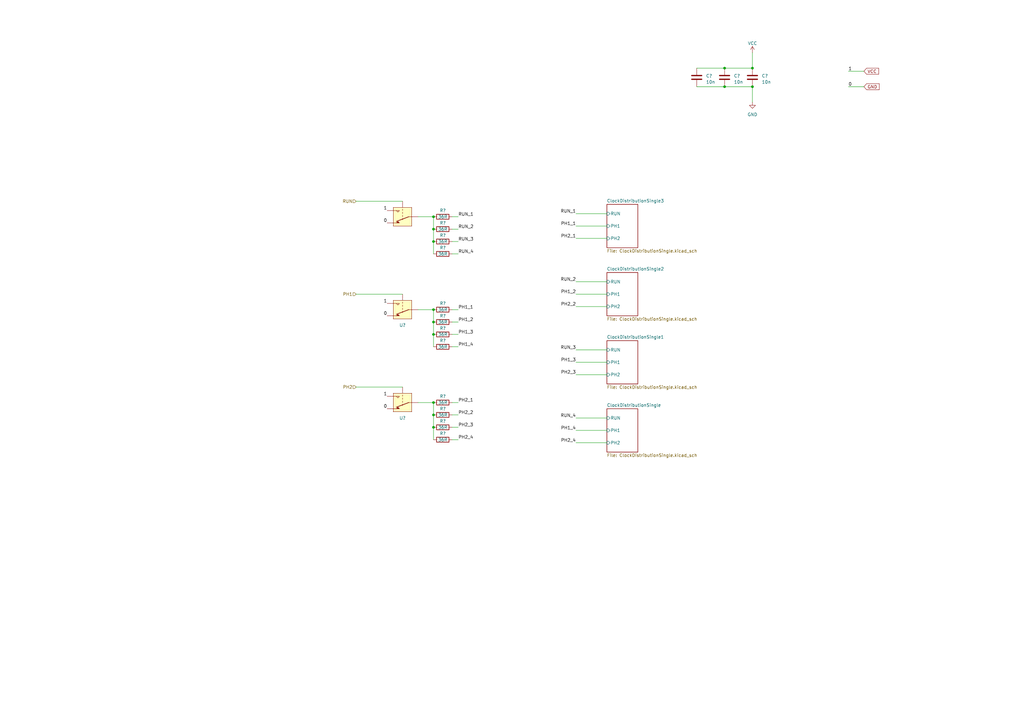
<source format=kicad_sch>
(kicad_sch (version 20230121) (generator eeschema)
  (paper "A3")
  (lib_symbols
    (symbol "Device:C" (pin_numbers hide) (pin_names (offset 0.254))
      (property "Reference" "C" (at 0.635 2.54 0))
      (property "Value" "C" (at 0.635 -2.54 0))
      (symbol "C_0_1"
        (polyline (pts (xy -2.032 -0.762) (xy 2.032 -0.762)) (stroke (width 0.508)))
        (polyline (pts (xy -2.032 0.762) (xy 2.032 0.762)) (stroke (width 0.508)))
      )
      (symbol "C_1_1"
        (pin passive line (at 0 3.81 270) (length 2.794) (name "~") (number "1"))
        (pin passive line (at 0 -3.81 90) (length 2.794) (name "~") (number "2"))
      )
    )
    (symbol "Device:R" (pin_numbers hide) (pin_names (offset 0))
      (property "Reference" "R" (at 2.032 0 90))
      (property "Value" "R" (at 0 0 90))
      (symbol "R_0_1"
        (rectangle (start -1.016 -2.54) (end 1.016 2.54) (stroke (width 0.254)))
      )
      (symbol "R_1_1"
        (pin passive line (at 0 3.81 270) (length 1.27) (name "~") (number "1"))
        (pin passive line (at 0 -3.81 90) (length 1.27) (name "~") (number "2"))
      )
    )
    (symbol "MevaLlibreria:1G3157" (pin_numbers hide)
      (property "Reference" "U" (at 0 -5.08 0))
      (symbol "1G3157_0_0"
        (polyline (pts (xy -3.81 2.54) (xy -1.27 2.54) (xy -1.905 1.905) (xy -2.54 2.54)))
      )
      (symbol "1G3157_0_1"
        (rectangle (start -3.81 3.81) (end 3.81 -3.81) (fill (type background)))
        (polyline (pts (xy 0 -0.635) (xy 0 -1.27)))
        (polyline (pts (xy 0 0.635) (xy 0 0)))
        (polyline (pts (xy 0 1.905) (xy 0 1.27)))
        (polyline (pts (xy 0 3.175) (xy 0 2.54)))
        (polyline (pts (xy 2.54 0) (xy -2.54 -1.905)) (stroke (width 0.254)))
        (polyline (pts (xy 3.81 0) (xy 2.54 0)))
        (polyline (pts (xy -3.81 -2.54) (xy -1.27 -2.54) (xy -1.905 -1.905) (xy -2.54 -2.54)) (fill (type outline)))
      )
      (symbol "1G3157_1_1"
        (pin input line (at -6.35 2.54 0) (length 2.54) (name "~") (number "1"))
        (pin power_in line (at 2.54 -2.54 270) (length 2.54) hide (name "GND") (number "2"))
        (pin input line (at -6.35 -2.54 0) (length 2.54) (name "~") (number "3"))
        (pin output line (at 6.35 0 180) (length 2.54) (name "~") (number "4"))
        (pin power_in line (at 2.54 2.54 90) (length 2.54) hide (name "VCC") (number "5"))
        (pin input line (at 0 6.35 270) (length 2.54) (name "~") (number "6"))
      )
    )
    (symbol "power:GND" (power) (pin_names (offset 0))
      (property "Value" "GND" (at 0 -3.81 0))
      (symbol "GND_0_1"
        (polyline (pts (xy 0 0) (xy 0 -1.27) (xy 1.27 -1.27) (xy 0 -2.54) (xy -1.27 -1.27) (xy 0 -1.27)))
      )
      (symbol "GND_1_1"
        (pin power_in line (at 0 0 270) (length 0) hide (name "GND") (number "1"))
      )
    )
    (symbol "power:VCC" (power) (pin_names (offset 0))
      (property "Value" "VCC" (at 0 3.81 0))
      (symbol "VCC_0_1"
        (polyline (pts (xy -0.762 1.27) (xy 0 2.54)))
        (polyline (pts (xy 0 0) (xy 0 2.54)))
        (polyline (pts (xy 0 2.54) (xy 0.762 1.27)))
      )
      (symbol "VCC_1_1"
        (pin power_in line (at 0 0 90) (length 0) hide (name "VCC") (number "1"))
      )
    )
  )
  (junction (at 177.8 88.9))
  (junction (at 308.61 27.94))
  (junction (at 177.8 127))
  (junction (at 297.18 27.94))
  (junction (at 177.8 170.18))
  (junction (at 177.8 137.16))
  (junction (at 177.8 99.06))
  (junction (at 177.8 132.08))
  (junction (at 297.18 35.56))
  (junction (at 308.61 35.56))
  (junction (at 177.8 165.1))
  (junction (at 177.8 93.98))
  (junction (at 177.8 175.26))
  (wire (pts (xy 308.61 21.59) (xy 308.61 27.94)))
  (wire (pts (xy 177.8 127) (xy 171.45 127)))
  (wire (pts (xy 236.22 125.73) (xy 248.92 125.73)))
  (wire (pts (xy 347.98 35.56) (xy 354.33 35.56)))
  (wire (pts (xy 236.22 120.65) (xy 248.92 120.65)))
  (wire (pts (xy 177.8 88.9) (xy 171.45 88.9)))
  (wire (pts (xy 177.8 88.9) (xy 177.8 93.98)))
  (wire (pts (xy 177.8 165.1) (xy 177.8 170.18)))
  (wire (pts (xy 187.96 93.98) (xy 185.42 93.98)))
  (wire (pts (xy 308.61 35.56) (xy 308.61 41.91)))
  (wire (pts (xy 187.96 165.1) (xy 185.42 165.1)))
  (wire (pts (xy 177.8 137.16) (xy 177.8 142.24)))
  (wire (pts (xy 236.22 87.63) (xy 248.92 87.63)))
  (wire (pts (xy 177.8 165.1) (xy 171.45 165.1)))
  (wire (pts (xy 146.05 120.65) (xy 165.1 120.65)))
  (wire (pts (xy 177.8 93.98) (xy 177.8 99.06)))
  (wire (pts (xy 187.96 170.18) (xy 185.42 170.18)))
  (wire (pts (xy 236.22 181.61) (xy 248.92 181.61)))
  (wire (pts (xy 187.96 104.14) (xy 185.42 104.14)))
  (wire (pts (xy 236.22 153.67) (xy 248.92 153.67)))
  (wire (pts (xy 236.22 171.45) (xy 248.92 171.45)))
  (wire (pts (xy 285.75 35.56) (xy 297.18 35.56)))
  (wire (pts (xy 187.96 142.24) (xy 185.42 142.24)))
  (wire (pts (xy 187.96 132.08) (xy 185.42 132.08)))
  (wire (pts (xy 236.22 176.53) (xy 248.92 176.53)))
  (wire (pts (xy 285.75 27.94) (xy 297.18 27.94)))
  (wire (pts (xy 187.96 137.16) (xy 185.42 137.16)))
  (wire (pts (xy 146.05 158.75) (xy 165.1 158.75)))
  (wire (pts (xy 187.96 88.9) (xy 185.42 88.9)))
  (wire (pts (xy 146.05 82.55) (xy 165.1 82.55)))
  (wire (pts (xy 187.96 127) (xy 185.42 127)))
  (wire (pts (xy 187.96 180.34) (xy 185.42 180.34)))
  (wire (pts (xy 347.98 29.21) (xy 354.33 29.21)))
  (wire (pts (xy 236.22 148.59) (xy 248.92 148.59)))
  (wire (pts (xy 177.8 99.06) (xy 177.8 104.14)))
  (wire (pts (xy 236.22 115.57) (xy 248.92 115.57)))
  (wire (pts (xy 177.8 127) (xy 177.8 132.08)))
  (wire (pts (xy 236.22 97.79) (xy 248.92 97.79)))
  (wire (pts (xy 236.22 92.71) (xy 248.92 92.71)))
  (wire (pts (xy 236.22 143.51) (xy 248.92 143.51)))
  (wire (pts (xy 187.96 99.06) (xy 185.42 99.06)))
  (wire (pts (xy 187.96 175.26) (xy 185.42 175.26)))
  (wire (pts (xy 177.8 170.18) (xy 177.8 175.26)))
  (wire (pts (xy 297.18 27.94) (xy 308.61 27.94)))
  (wire (pts (xy 177.8 175.26) (xy 177.8 180.34)))
  (wire (pts (xy 177.8 132.08) (xy 177.8 137.16)))
  (wire (pts (xy 297.18 35.56) (xy 308.61 35.56)))
  (label "PH2_1" (at 236.22 97.79 180))
  (label "RUN_4" (at 187.96 104.14 0))
  (label "PH1_2" (at 187.96 132.08 0))
  (label "RUN_4" (at 236.22 171.45 180))
  (label "1" (at 158.75 162.56 180))
  (label "RUN_1" (at 187.96 88.9 0))
  (label "PH1_1" (at 187.96 127 0))
  (label "PH2_3" (at 236.22 153.67 180))
  (label "PH1_4" (at 236.22 176.53 180))
  (label "RUN_2" (at 236.22 115.57 180))
  (label "PH1_2" (at 236.22 120.65 180))
  (label "PH2_2" (at 236.22 125.73 180))
  (label "PH2_4" (at 187.96 180.34 0))
  (label "0" (at 158.75 91.44 180))
  (label "PH2_3" (at 187.96 175.26 0))
  (label "1" (at 347.98 29.21 0))
  (label "RUN_3" (at 187.96 99.06 0))
  (label "PH2_1" (at 187.96 165.1 0))
  (label "0" (at 158.75 129.54 180))
  (label "PH2_4" (at 236.22 181.61 180))
  (label "RUN_1" (at 236.22 87.63 180))
  (label "PH1_3" (at 236.22 148.59 180))
  (label "0" (at 347.98 35.56 0))
  (label "0" (at 158.75 167.64 180))
  (label "PH1_3" (at 187.96 137.16 0))
  (label "RUN_3" (at 236.22 143.51 180))
  (label "PH1_4" (at 187.96 142.24 0))
  (label "1" (at 158.75 86.36 180))
  (label "PH1_1" (at 236.22 92.71 180))
  (label "1" (at 158.75 124.46 180))
  (label "PH2_2" (at 187.96 170.18 0))
  (label "RUN_2" (at 187.96 93.98 0))
  (global_label "GND" (shape input) (at 354.33 35.56 0) (property "Intersheetrefs" "${INTERSHEET_REFS}" (effects hide)))
  (global_label "VCC" (shape input) (at 354.33 29.21 0) (property "Intersheetrefs" "${INTERSHEET_REFS}" (effects hide)))
  (hierarchical_label "RUN" (shape input) (at 146.05 82.55 180))
  (hierarchical_label "PH2" (shape input) (at 146.05 158.75 180))
  (hierarchical_label "PH1" (shape input) (at 146.05 120.65 180))
  (symbol (lib_id "Device:R") (at 181.61 142.24 270) (unit 1)
    (property "Reference" "R?" (at 181.61 139.7 90))
    (property "Value" "36R" (at 181.61 142.24 90))
    (property "Footprint" "MevaLlibreriaFootprint:Meu-R_0603_1608Metric" (effects hide))
    (instances (project "MiniCalc" (path "" (reference "R?") (unit 1))) (project "MiniCalcRunPanel" (path "" (reference "R?") (unit 1)) (path "" (reference "R12") (unit 1))) (project "MinicalcControlPanel" (path "" (reference "R?") (unit 1)) (path "" (reference "R?") (unit 1)) (path "" (reference "R71") (unit 1)) (path "" (reference "R96") (unit 1)) (path "" (reference "R45") (unit 1)) (path "" (reference "R54") (unit 1)) (path "" (reference "R63") (unit 1)) (path "" (reference "R106") (unit 1))))
  )
  (symbol (lib_id "Device:R") (at 181.61 175.26 270) (unit 1)
    (property "Reference" "R?" (at 181.61 172.72 90))
    (property "Value" "36R" (at 181.61 175.26 90))
    (property "Footprint" "MevaLlibreriaFootprint:Meu-R_0603_1608Metric" (effects hide))
    (instances (project "MiniCalc" (path "" (reference "R?") (unit 1))) (project "MiniCalcRunPanel" (path "" (reference "R?") (unit 1)) (path "" (reference "R12") (unit 1))) (project "MinicalcControlPanel" (path "" (reference "R?") (unit 1)) (path "" (reference "R?") (unit 1)) (path "" (reference "R74") (unit 1)) (path "" (reference "R97") (unit 1)) (path "" (reference "R46") (unit 1)) (path "" (reference "R55") (unit 1)) (path "" (reference "R64") (unit 1)) (path "" (reference "R109") (unit 1))))
  )
  (symbol (lib_id "Device:R") (at 181.61 104.14 270) (unit 1)
    (property "Reference" "R?" (at 181.61 101.6 90))
    (property "Value" "36R" (at 181.61 104.14 90))
    (property "Footprint" "MevaLlibreriaFootprint:Meu-R_0603_1608Metric" (effects hide))
    (instances (project "MiniCalc" (path "" (reference "R?") (unit 1))) (project "MiniCalcRunPanel" (path "" (reference "R?") (unit 1)) (path "" (reference "R12") (unit 1))) (project "MinicalcControlPanel" (path "" (reference "R?") (unit 1)) (path "" (reference "R?") (unit 1)) (path "" (reference "R67") (unit 1)) (path "" (reference "R95") (unit 1)) (path "" (reference "R44") (unit 1)) (path "" (reference "R53") (unit 1)) (path "" (reference "R62") (unit 1)) (path "" (reference "R102") (unit 1))))
  )
  (symbol (lib_id "Device:R") (at 181.61 180.34 270) (unit 1)
    (property "Reference" "R?" (at 181.61 177.8 90))
    (property "Value" "36R" (at 181.61 180.34 90))
    (property "Footprint" "MevaLlibreriaFootprint:Meu-R_0603_1608Metric" (effects hide))
    (instances (project "MiniCalc" (path "" (reference "R?") (unit 1))) (project "MiniCalcRunPanel" (path "" (reference "R?") (unit 1)) (path "" (reference "R12") (unit 1))) (project "MinicalcControlPanel" (path "" (reference "R?") (unit 1)) (path "" (reference "R?") (unit 1)) (path "" (reference "R75") (unit 1)) (path "" (reference "R97") (unit 1)) (path "" (reference "R46") (unit 1)) (path "" (reference "R55") (unit 1)) (path "" (reference "R64") (unit 1)) (path "" (reference "R110") (unit 1))))
  )
  (symbol (lib_id "MevaLlibreria:1G3157") (at 165.1 127 0) (unit 1)
    (property "Reference" "U?" (at 165.1 133.35 0))
    (property "Value" "1G3157" (effects hide))
    (property "Footprint" "Package_TO_SOT_SMD:SOT-23-6" (effects hide))
    (property "Datasheet" "https://www.ti.com/lit/ds/symlink/sn74lvc1g3157.pdf" (effects hide))
    (property "Sim.Name" "74LVC1G3157" (effects hide))
    (property "Sim.Library" "../SpiceModelsGlobal/AnalogSPDT.txt" (effects hide))
    (property "Sim.Device" "SUBCKT" (effects hide))
    (property "Sim.Pins" "1=1 3=3 4=4 5=5 6=6" (effects hide))
    (property "Manufacturer" "Texas Instruments" (effects hide))
    (property "Part Number" "SN74LVC1G3157DBVR" (effects hide))
    (instances (project "MiniCalc" (path "" (reference "U?") (unit 1))) (project "MiniCalcRunPanel" (path "" (reference "U5") (unit 1))) (project "MinicalcControlPanel" (path "" (reference "U19") (unit 1)) (path "" (reference "U57") (unit 1)) (path "" (reference "U72") (unit 1))))
  )
  (symbol (lib_id "Device:R") (at 181.61 165.1 270) (unit 1)
    (property "Reference" "R?" (at 181.61 162.56 90))
    (property "Value" "36R" (at 181.61 165.1 90))
    (property "Footprint" "MevaLlibreriaFootprint:Meu-R_0603_1608Metric" (effects hide))
    (instances (project "MiniCalc" (path "" (reference "R?") (unit 1))) (project "MiniCalcRunPanel" (path "" (reference "R?") (unit 1)) (path "" (reference "R12") (unit 1))) (project "MinicalcControlPanel" (path "" (reference "R?") (unit 1)) (path "" (reference "R?") (unit 1)) (path "" (reference "R72") (unit 1)) (path "" (reference "R97") (unit 1)) (path "" (reference "R46") (unit 1)) (path "" (reference "R55") (unit 1)) (path "" (reference "R64") (unit 1)) (path "" (reference "R107") (unit 1))))
  )
  (symbol (lib_id "Device:R") (at 181.61 137.16 270) (unit 1)
    (property "Reference" "R?" (at 181.61 134.62 90))
    (property "Value" "36R" (at 181.61 137.16 90))
    (property "Footprint" "MevaLlibreriaFootprint:Meu-R_0603_1608Metric" (effects hide))
    (instances (project "MiniCalc" (path "" (reference "R?") (unit 1))) (project "MiniCalcRunPanel" (path "" (reference "R?") (unit 1)) (path "" (reference "R12") (unit 1))) (project "MinicalcControlPanel" (path "" (reference "R?") (unit 1)) (path "" (reference "R?") (unit 1)) (path "" (reference "R70") (unit 1)) (path "" (reference "R96") (unit 1)) (path "" (reference "R45") (unit 1)) (path "" (reference "R54") (unit 1)) (path "" (reference "R63") (unit 1)) (path "" (reference "R105") (unit 1))))
  )
  (symbol (lib_id "Device:R") (at 181.61 170.18 270) (unit 1)
    (property "Reference" "R?" (at 181.61 167.64 90))
    (property "Value" "36R" (at 181.61 170.18 90))
    (property "Footprint" "MevaLlibreriaFootprint:Meu-R_0603_1608Metric" (effects hide))
    (instances (project "MiniCalc" (path "" (reference "R?") (unit 1))) (project "MiniCalcRunPanel" (path "" (reference "R?") (unit 1)) (path "" (reference "R12") (unit 1))) (project "MinicalcControlPanel" (path "" (reference "R?") (unit 1)) (path "" (reference "R?") (unit 1)) (path "" (reference "R73") (unit 1)) (path "" (reference "R97") (unit 1)) (path "" (reference "R46") (unit 1)) (path "" (reference "R55") (unit 1)) (path "" (reference "R64") (unit 1)) (path "" (reference "R108") (unit 1))))
  )
  (symbol (lib_id "MevaLlibreria:1G3157") (at 165.1 88.9 0) (unit 1)
    (property "Reference" "U?" (effects hide))
    (property "Value" "1G3157" (effects hide))
    (property "Footprint" "Package_TO_SOT_SMD:SOT-23-6" (effects hide))
    (property "Datasheet" "https://www.ti.com/lit/ds/symlink/sn74lvc1g3157.pdf" (effects hide))
    (property "Sim.Name" "74LVC1G3157" (effects hide))
    (property "Sim.Library" "../SpiceModelsGlobal/AnalogSPDT.txt" (effects hide))
    (property "Sim.Device" "SUBCKT" (effects hide))
    (property "Sim.Pins" "1=1 3=3 4=4 5=5 6=6" (effects hide))
    (property "Manufacturer" "Texas Instruments" (effects hide))
    (property "Part Number" "SN74LVC1G3157DBVR" (effects hide))
    (instances (project "MiniCalc" (path "" (reference "U?") (unit 1))) (project "MiniCalcRunPanel" (path "" (reference "U5") (unit 1))) (project "MinicalcControlPanel" (path "" (reference "U19") (unit 1)) (path "" (reference "U56") (unit 1)) (path "" (reference "U71") (unit 1))))
  )
  (symbol (lib_id "Device:R") (at 181.61 127 270) (unit 1)
    (property "Reference" "R?" (at 181.61 124.46 90))
    (property "Value" "36R" (at 181.61 127 90))
    (property "Footprint" "MevaLlibreriaFootprint:Meu-R_0603_1608Metric" (effects hide))
    (instances (project "MiniCalc" (path "" (reference "R?") (unit 1))) (project "MiniCalcRunPanel" (path "" (reference "R?") (unit 1)) (path "" (reference "R12") (unit 1))) (project "MinicalcControlPanel" (path "" (reference "R?") (unit 1)) (path "" (reference "R?") (unit 1)) (path "" (reference "R68") (unit 1)) (path "" (reference "R96") (unit 1)) (path "" (reference "R45") (unit 1)) (path "" (reference "R54") (unit 1)) (path "" (reference "R63") (unit 1)) (path "" (reference "R103") (unit 1))))
  )
  (symbol (lib_id "Device:R") (at 181.61 132.08 270) (unit 1)
    (property "Reference" "R?" (at 181.61 129.54 90))
    (property "Value" "36R" (at 181.61 132.08 90))
    (property "Footprint" "MevaLlibreriaFootprint:Meu-R_0603_1608Metric" (effects hide))
    (instances (project "MiniCalc" (path "" (reference "R?") (unit 1))) (project "MiniCalcRunPanel" (path "" (reference "R?") (unit 1)) (path "" (reference "R12") (unit 1))) (project "MinicalcControlPanel" (path "" (reference "R?") (unit 1)) (path "" (reference "R?") (unit 1)) (path "" (reference "R69") (unit 1)) (path "" (reference "R96") (unit 1)) (path "" (reference "R45") (unit 1)) (path "" (reference "R54") (unit 1)) (path "" (reference "R63") (unit 1)) (path "" (reference "R104") (unit 1))))
  )
  (symbol (lib_id "MevaLlibreria:1G3157") (at 165.1 165.1 0) (unit 1)
    (property "Reference" "U?" (at 165.1 171.45 0))
    (property "Value" "1G3157" (effects hide))
    (property "Footprint" "Package_TO_SOT_SMD:SOT-23-6" (effects hide))
    (property "Datasheet" "https://www.ti.com/lit/ds/symlink/sn74lvc1g3157.pdf" (effects hide))
    (property "Sim.Name" "74LVC1G3157" (effects hide))
    (property "Sim.Library" "../SpiceModelsGlobal/AnalogSPDT.txt" (effects hide))
    (property "Sim.Device" "SUBCKT" (effects hide))
    (property "Sim.Pins" "1=1 3=3 4=4 5=5 6=6" (effects hide))
    (property "Manufacturer" "Texas Instruments" (effects hide))
    (property "Part Number" "SN74LVC1G3157DBVR" (effects hide))
    (instances (project "MiniCalc" (path "" (reference "U?") (unit 1))) (project "MiniCalcRunPanel" (path "" (reference "U5") (unit 1))) (project "MinicalcControlPanel" (path "" (reference "U19") (unit 1)) (path "" (reference "U58") (unit 1)) (path "" (reference "U73") (unit 1))))
  )
  (symbol (lib_id "Device:C") (at 308.61 31.75 0) (unit 1)
    (property "Reference" "C?" (at 312.42 31.115 0) (effects (justify left)))
    (property "Value" "10n" (at 312.42 33.655 0) (effects (justify left)))
    (property "Footprint" "Capacitor_SMD:C_0603_1608Metric" (effects hide))
    (instances (project "MiniCalc_A" (path "" (reference "C?") (unit 1)) (path "" (reference "C?") (unit 1)) (path "" (reference "C?") (unit 1)) (path "" (reference "C?") (unit 1)) (path "" (reference "C?") (unit 1)) (path "" (reference "C?") (unit 1)) (path "" (reference "C?") (unit 1)) (path "" (reference "C?") (unit 1)) (path "" (reference "C?") (unit 1)) (path "" (reference "C?") (unit 1)) (path "" (reference "C?") (unit 1)) (path "" (reference "C?") (unit 1)) (path "" (reference "C17") (unit 1)) (path "" (reference "C18") (unit 1)) (path "" (reference "C16") (unit 1)) (path "" (reference "C19") (unit 1)) (path "" (reference "C20") (unit 1)) (path "" (reference "C21") (unit 1))) (project "MinicalcControlPanel" (path "" (reference "C61") (unit 1)) (path "" (reference "C32") (unit 1)) (path "" (reference "C33") (unit 1)) (path "" (reference "C34") (unit 1)) (path "" (reference "C35") (unit 1)) (path "" (reference "C36") (unit 1)) (path "" (reference "C40") (unit 1)) (path "" (reference "C55") (unit 1))))
  )
  (symbol (lib_id "Device:R") (at 181.61 88.9 270) (unit 1)
    (property "Reference" "R?" (at 181.61 86.36 90))
    (property "Value" "36R" (at 181.61 88.9 90))
    (property "Footprint" "MevaLlibreriaFootprint:Meu-R_0603_1608Metric" (effects hide))
    (instances (project "MiniCalc" (path "" (reference "R?") (unit 1))) (project "MiniCalcRunPanel" (path "" (reference "R?") (unit 1)) (path "" (reference "R12") (unit 1))) (project "MinicalcControlPanel" (path "" (reference "R?") (unit 1)) (path "" (reference "R?") (unit 1)) (path "" (reference "R64") (unit 1)) (path "" (reference "R95") (unit 1)) (path "" (reference "R44") (unit 1)) (path "" (reference "R53") (unit 1)) (path "" (reference "R62") (unit 1)) (path "" (reference "R99") (unit 1))))
  )
  (symbol (lib_id "Device:R") (at 181.61 93.98 270) (unit 1)
    (property "Reference" "R?" (at 181.61 91.44 90))
    (property "Value" "36R" (at 181.61 93.98 90))
    (property "Footprint" "MevaLlibreriaFootprint:Meu-R_0603_1608Metric" (effects hide))
    (instances (project "MiniCalc" (path "" (reference "R?") (unit 1))) (project "MiniCalcRunPanel" (path "" (reference "R?") (unit 1)) (path "" (reference "R12") (unit 1))) (project "MinicalcControlPanel" (path "" (reference "R?") (unit 1)) (path "" (reference "R?") (unit 1)) (path "" (reference "R65") (unit 1)) (path "" (reference "R95") (unit 1)) (path "" (reference "R44") (unit 1)) (path "" (reference "R53") (unit 1)) (path "" (reference "R62") (unit 1)) (path "" (reference "R100") (unit 1))))
  )
  (symbol (lib_id "power:VCC") (at 308.61 21.59 0) (unit 1)
    (property "Reference" "#PWR?" (effects hide))
    (property "Value" "VCC" (at 308.61 17.78 0))
    (instances (project "MiniCalc_A" (path "" (reference "#PWR?") (unit 1)) (path "" (reference "#PWR?") (unit 1)) (path "" (reference "#PWR?") (unit 1)) (path "" (reference "#PWR?") (unit 1)) (path "" (reference "#PWR?") (unit 1)) (path "" (reference "#PWR?") (unit 1)) (path "" (reference "#PWR?") (unit 1)) (path "" (reference "#PWR?") (unit 1)) (path "" (reference "#PWR?") (unit 1)) (path "" (reference "#PWR?") (unit 1)) (path "" (reference "#PWR?") (unit 1)) (path "" (reference "#PWR?") (unit 1)) (path "" (reference "#PWR043") (unit 1)) (path "" (reference "#PWR045") (unit 1)) (path "" (reference "#PWR041") (unit 1)) (path "" (reference "#PWR047") (unit 1)) (path "" (reference "#PWR049") (unit 1)) (path "" (reference "#PWR051") (unit 1))) (project "MinicalcControlPanel" (path "" (reference "#PWR097") (unit 1)) (path "" (reference "#PWR031") (unit 1)) (path "" (reference "#PWR033") (unit 1)) (path "" (reference "#PWR035") (unit 1)) (path "" (reference "#PWR037") (unit 1)) (path "" (reference "#PWR039") (unit 1)) (path "" (reference "#PWR043") (unit 1)) (path "" (reference "#PWR073") (unit 1))))
  )
  (symbol (lib_id "Device:C") (at 297.18 31.75 0) (unit 1)
    (property "Reference" "C?" (at 300.99 31.115 0) (effects (justify left)))
    (property "Value" "10n" (at 300.99 33.655 0) (effects (justify left)))
    (property "Footprint" "Capacitor_SMD:C_0603_1608Metric" (effects hide))
    (instances (project "MiniCalc_A" (path "" (reference "C?") (unit 1)) (path "" (reference "C?") (unit 1)) (path "" (reference "C?") (unit 1)) (path "" (reference "C?") (unit 1)) (path "" (reference "C?") (unit 1)) (path "" (reference "C?") (unit 1)) (path "" (reference "C?") (unit 1)) (path "" (reference "C?") (unit 1)) (path "" (reference "C?") (unit 1)) (path "" (reference "C?") (unit 1)) (path "" (reference "C?") (unit 1)) (path "" (reference "C?") (unit 1)) (path "" (reference "C17") (unit 1)) (path "" (reference "C18") (unit 1)) (path "" (reference "C16") (unit 1)) (path "" (reference "C19") (unit 1)) (path "" (reference "C20") (unit 1)) (path "" (reference "C21") (unit 1))) (project "MinicalcControlPanel" (path "" (reference "C61") (unit 1)) (path "" (reference "C32") (unit 1)) (path "" (reference "C33") (unit 1)) (path "" (reference "C34") (unit 1)) (path "" (reference "C35") (unit 1)) (path "" (reference "C36") (unit 1)) (path "" (reference "C39") (unit 1)) (path "" (reference "C54") (unit 1))))
  )
  (symbol (lib_id "Device:C") (at 285.75 31.75 0) (unit 1)
    (property "Reference" "C?" (at 289.56 31.115 0) (effects (justify left)))
    (property "Value" "10n" (at 289.56 33.655 0) (effects (justify left)))
    (property "Footprint" "Capacitor_SMD:C_0603_1608Metric" (effects hide))
    (instances (project "MiniCalc_A" (path "" (reference "C?") (unit 1)) (path "" (reference "C?") (unit 1)) (path "" (reference "C?") (unit 1)) (path "" (reference "C?") (unit 1)) (path "" (reference "C?") (unit 1)) (path "" (reference "C?") (unit 1)) (path "" (reference "C?") (unit 1)) (path "" (reference "C?") (unit 1)) (path "" (reference "C?") (unit 1)) (path "" (reference "C?") (unit 1)) (path "" (reference "C?") (unit 1)) (path "" (reference "C?") (unit 1)) (path "" (reference "C17") (unit 1)) (path "" (reference "C18") (unit 1)) (path "" (reference "C16") (unit 1)) (path "" (reference "C19") (unit 1)) (path "" (reference "C20") (unit 1)) (path "" (reference "C21") (unit 1))) (project "MinicalcControlPanel" (path "" (reference "C61") (unit 1)) (path "" (reference "C32") (unit 1)) (path "" (reference "C33") (unit 1)) (path "" (reference "C34") (unit 1)) (path "" (reference "C35") (unit 1)) (path "" (reference "C36") (unit 1)) (path "" (reference "C38") (unit 1)) (path "" (reference "C53") (unit 1))))
  )
  (symbol (lib_id "Device:R") (at 181.61 99.06 270) (unit 1)
    (property "Reference" "R?" (at 181.61 96.52 90))
    (property "Value" "36R" (at 181.61 99.06 90))
    (property "Footprint" "MevaLlibreriaFootprint:Meu-R_0603_1608Metric" (effects hide))
    (instances (project "MiniCalc" (path "" (reference "R?") (unit 1))) (project "MiniCalcRunPanel" (path "" (reference "R?") (unit 1)) (path "" (reference "R12") (unit 1))) (project "MinicalcControlPanel" (path "" (reference "R?") (unit 1)) (path "" (reference "R?") (unit 1)) (path "" (reference "R66") (unit 1)) (path "" (reference "R95") (unit 1)) (path "" (reference "R44") (unit 1)) (path "" (reference "R53") (unit 1)) (path "" (reference "R62") (unit 1)) (path "" (reference "R101") (unit 1))))
  )
  (symbol (lib_id "power:GND") (at 308.61 41.91 0) (unit 1)
    (property "Reference" "#PWR?" (effects hide))
    (property "Value" "GND" (at 308.61 46.99 0))
    (instances (project "MiniCalc_A" (path "" (reference "#PWR?") (unit 1)) (path "" (reference "#PWR?") (unit 1)) (path "" (reference "#PWR?") (unit 1)) (path "" (reference "#PWR?") (unit 1)) (path "" (reference "#PWR?") (unit 1)) (path "" (reference "#PWR?") (unit 1)) (path "" (reference "#PWR?") (unit 1)) (path "" (reference "#PWR?") (unit 1)) (path "" (reference "#PWR?") (unit 1)) (path "" (reference "#PWR?") (unit 1)) (path "" (reference "#PWR?") (unit 1)) (path "" (reference "#PWR?") (unit 1)) (path "" (reference "#PWR044") (unit 1)) (path "" (reference "#PWR046") (unit 1)) (path "" (reference "#PWR042") (unit 1)) (path "" (reference "#PWR048") (unit 1)) (path "" (reference "#PWR050") (unit 1)) (path "" (reference "#PWR052") (unit 1))) (project "MinicalcControlPanel" (path "" (reference "#PWR098") (unit 1)) (path "" (reference "#PWR032") (unit 1)) (path "" (reference "#PWR034") (unit 1)) (path "" (reference "#PWR036") (unit 1)) (path "" (reference "#PWR038") (unit 1)) (path "" (reference "#PWR040") (unit 1)) (path "" (reference "#PWR044") (unit 1)) (path "" (reference "#PWR074") (unit 1))))
  )
  (sheet (at 248.92 111.76) (size 12.7 17.78) (stroke (width 0.1524))
    (property "Sheetname" "ClockDistributionSingle2" (at 248.92 111.0484 0) (effects (justify left bottom)))
    (property "Sheetfile" "ClockDistributionSingle.kicad_sch" (at 248.92 130.1246 0) (effects (justify left top)))
    (pin "PH2" input (at 248.92 125.73 180))
    (pin "PH1" input (at 248.92 120.65 180))
    (pin "RUN" input (at 248.92 115.57 180))
  )
  (sheet (at 248.92 83.82) (size 12.7 17.78) (stroke (width 0.1524))
    (property "Sheetname" "ClockDistributionSingle3" (at 248.92 83.1084 0) (effects (justify left bottom)))
    (property "Sheetfile" "ClockDistributionSingle.kicad_sch" (at 248.92 102.1846 0) (effects (justify left top)))
    (pin "PH2" input (at 248.92 97.79 180))
    (pin "PH1" input (at 248.92 92.71 180))
    (pin "RUN" input (at 248.92 87.63 180))
  )
  (sheet (at 248.92 139.7) (size 12.7 17.78) (stroke (width 0.1524))
    (property "Sheetname" "ClockDistributionSingle1" (at 248.92 138.9884 0) (effects (justify left bottom)))
    (property "Sheetfile" "ClockDistributionSingle.kicad_sch" (at 248.92 158.0646 0) (effects (justify left top)))
    (pin "PH2" input (at 248.92 153.67 180))
    (pin "PH1" input (at 248.92 148.59 180))
    (pin "RUN" input (at 248.92 143.51 180))
  )
  (sheet (at 248.92 167.64) (size 12.7 17.78) (stroke (width 0.1524))
    (property "Sheetname" "ClockDistributionSingle" (at 248.92 166.9284 0) (effects (justify left bottom)))
    (property "Sheetfile" "ClockDistributionSingle.kicad_sch" (at 248.92 186.0046 0) (effects (justify left top)))
    (pin "PH2" input (at 248.92 181.61 180))
    (pin "PH1" input (at 248.92 176.53 180))
    (pin "RUN" input (at 248.92 171.45 180))
  )
)
</source>
